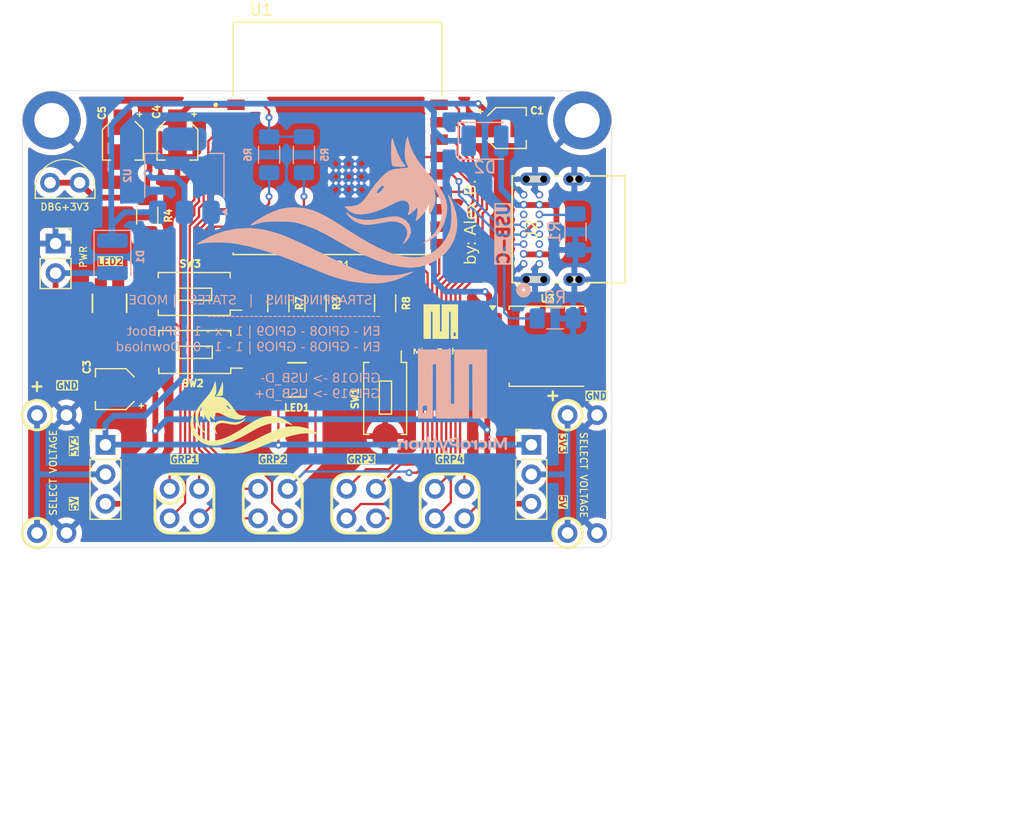
<source format=kicad_pcb>
(kicad_pcb (version 20240108) (generator "pcbnew") (generator_version "8.0")
  (layers (0 "F.Cu" signal) (31 "B.Cu" signal) (34 "B.Paste" user) (35 "F.Paste" user) (36 "B.SilkS" user "B.Silkscreen") (37 "F.SilkS" user "F.Silkscreen") (38 "B.Mask" user) (39 "F.Mask" user) (44 "Edge.Cuts" user))
  (net 0 "")
  (net 1 "/VCC1")
  (net 2 "GND")
  (net 3 "+5V")
  (net 4 "/VDC")
  (net 5 "Net-(J2-CC2)")
  (net 6 "EN")
  (net 7 "/IO8")
  (net 8 "/IO9")
  (net 9 "/IO6")
  (net 10 "/RXD")
  (net 11 "/IO7")
  (net 12 "/IO4")
  (net 13 "/IO3")
  (net 14 "3V3")
  (net 15 "/IO2")
  (net 16 "/IO0")
  (net 17 "/IO10")
  (net 18 "/IO1")
  (net 19 "/IO5")
  (net 20 "/TXD")
  (net 21 "Net-(J2-CC1)")
  (net 22 "USB_D-")
  (net 24 "USB_D+")
  (net 26 "/VCC2")
  (net 27 "Net-(LED1-GND-Pad1)")
  (net 28 "Net-(LED2-GRN)")
  (net 31 "Net-(LED1-GND-Pad4)")
  (net 32 "Net-(R8-Pad2)")
  (net 33 "VUSB")
  (net 34 "Net-(D2-A)")
  (footprint "Alexander Footprint Library:SW_PUSH_6x3.5mm" (layer "F.Cu") (at 143.74 80.15 -90)
    (property "Reference" "SW1")
    (property "Value" "SW_Push_SMD_6x3.5")
  )
  (footprint "Resistor_SMD:R_1206_3216Metric_Pad1.30x1.75mm_HandSolder" (layer "F.Cu") (at 137.74 75.2 -90)
    (property "Reference" "R3")
    (property "Value" "5k1")
  )
  (footprint "Alexander Footprint Library:Conn_Probe" (layer "F.Cu") (at 115.34 78.3 90)
    (property "Reference" "J7" (hide yes))
    (property "Value" "Debug_VIN")
  )
  (footprint "Alexander Footprint Library:Conn_Debug_1x02_P2.54mm" (layer "F.Cu") (at 114.865 64.8125 90)
    (property "Reference" "J6" (hide yes))
    (property "Value" "Debug_3V3")
  )
  (footprint "LOGO" (layer "F.Cu") (at 132.54 85)
    (property "Reference" "G***" (hide yes))
    (property "Value" "LOGO" (hide yes))
  )
  (footprint "Alexander Footprint Library:LED_B1552_HVK-M" (layer "F.Cu") (at 136.14 81.8)
    (property "Reference" "LED1")
    (property "Value" "LED-RED-GREEN-B1552USUG20D")
  )
  (footprint "Capacitor_SMD:CP_Elec_3x5.3" (layer "F.Cu") (at 154.14 60.1)
    (property "Reference" "C1")
    (property "Value" "1uF")
  )
  (footprint "Resistor_SMD:R_1206_3216Metric_Pad1.30x1.75mm_HandSolder" (layer "F.Cu") (at 123.24 67.65 -90)
    (property "Reference" "R4")
    (property "Value" "10k")
  )
  (footprint "Resistor_SMD:R_1206_3216Metric_Pad1.30x1.75mm_HandSolder" (layer "F.Cu") (at 143.74 75.2 -90)
    (property "Reference" "R8")
    (property "Value" "2K2")
  )
  (footprint "Connector_PinHeader_2.54mm:PinHeader_1x03_P2.54mm_Vertical" (layer "F.Cu") (at 156.34 87.4)
    (property "Reference" "J4" (hide yes))
    (property "Value" "PWR_JMP")
  )
  (footprint "Resistor_SMD:R_1206_3216Metric_Pad1.30x1.75mm_HandSolder" (layer "F.Cu") (at 134.54 75.2 -90)
    (property "Reference" "R7")
    (property "Value" "5k1")
  )
  (footprint "LOGO" (layer "F.Cu") (at 148.54 77.4)
    (property "Reference" "G***" (hide yes))
    (property "Value" "LOGO" (hide yes))
  )
  (footprint "Package_TO_SOT_SMD:TO-252-2" (layer "F.Cu") (at 157.74 78.9025)
    (property "Reference" "U3")
    (property "Value" "L7805")
  )
  (footprint "Alexander Footprint Library:LED_B1552_HVK-M" (layer "F.Cu") (at 119.989999 75.2 -90)
    (property "Reference" "LED2")
    (property "Value" "EN")
  )
  (footprint "Alexander Footprint Library:SW_PUSH_6x3.5mm" (layer "F.Cu") (at 130.59 79.4 180)
    (property "Reference" "SW2")
    (property "Value" "SW_Push_SMD_6x3.5")
  )
  (footprint "Alexander Footprint Library:SW_PUSH_6x3.5mm" (layer "F.Cu") (at 130.54 74.4 180)
    (property "Reference" "SW3")
    (property "Value" "SW_Push_SMD_6x3.5")
  )
  (footprint "Connector_PinSocket_2.54mm:PinSocket_1x02_P2.54mm_Vertical" (layer "F.Cu") (at 115.34 70.06)
    (property "Reference" "J1" (hide yes))
    (property "Value" "PWR")
  )
  (footprint "Capacitor_SMD:CP_Elec_3x5.3" (layer "F.Cu") (at 121.14 61.1 -90)
    (property "Reference" "C5")
    (property "Value" "0.1uF")
  )
  (footprint "Capacitor_SMD:CP_Elec_3x5.3" (layer "F.Cu") (at 120.54 82.6 180)
    (property "Reference" "C3")
    (property "Value" "1uF")
  )
  (footprint "Alexander Footprint Library:USB-C_GCT CONN16_USB4085-GF-A" (layer "F.Cu") (at 155.675 71.799985 90)
    (property "Reference" "J2")
    (property "Value" "USB-C_Receptacle_Data_16P_GCT-USB4085")
    (fp_line (start 7.299985 1.7293) (end 7.299985 0.2307) (stroke (width 0.6096)) (layer "Edge.Cuts"))
    (fp_line (start -1.35 1.729301) (end -1.35 0.230701) (stroke (width 0.6096)) (layer "Edge.Cuts"))
    (fp_line (start 7.299985 4.7587) (end 7.299985 3.9713) (stroke (width 0.6096)) (layer "Edge.Cuts"))
    (fp_line (start -1.349985 4.7587) (end -1.349985 3.9713) (stroke (width 0.6096)) (layer "Edge.Cuts"))
  )
  (footprint "Alexander Footprint Library:BreadBoard-PowerAdapter-ESP32C3" (layer "F.Cu") (at 137.87 82.3)
    (property "Reference" "BRD1")
    (property "Value" "16pins")
    (fp_line (start -25.4 12.7) (end -25.4 -22.86) (stroke (width 0.05)) (layer "Edge.Cuts"))
    (fp_line (start -24.13 13.97) (end 24.13 13.97) (stroke (width 0.05)) (layer "Edge.Cuts"))
    (fp_line (start -22.86 -25.4) (end 22.86 -25.4) (stroke (width 0.05)) (layer "Edge.Cuts"))
    (fp_line (start 25.4 -22.86) (end 25.4 12.7) (stroke (width 0.05)) (layer "Edge.Cuts"))
    (fp_arc (start -25.4 -22.86) (mid -24.656051 -24.656051) (end -22.86 -25.4) (stroke (width 0.05)) (layer "Edge.Cuts"))
    (fp_arc (start -24.13 13.97) (mid -25.028026 13.598026) (end -25.4 12.7) (stroke (width 0.05)) (layer "Edge.Cuts"))
    (fp_arc (start 22.86 -25.4) (mid 24.656051 -24.656051) (end 25.4 -22.86) (stroke (width 0.05)) (layer "Edge.Cuts"))
    (fp_arc (start 25.4 12.7) (mid 25.028026 13.598026) (end 24.13 13.97) (stroke (width 0.05)) (layer "Edge.Cuts"))
  )
  (footprint "Alexander Footprint Library:ESP32-C3-WROOM-02-H4" (layer "F.Cu") (at 139.64 61)
    (property "Reference" "U1")
    (property "Value" "ESP32-C3-WROOM-02-N4")
  )
  (footprint "Connector_PinHeader_2.54mm:PinHeader_1x03_P2.54mm_Vertical" (layer "F.Cu") (at 119.64 87.4)
    (property "Reference" "J3" (hide yes))
    (property "Value" "PWR_JMP")
  )
  (footprint "Capacitor_SMD:CP_Elec_3x5.3" (layer "F.Cu") (at 125.84 61.1 -90)
    (property "Reference" "C4")
    (property "Value" "10uF")
  )
  (footprint "Resistor_SMD:R_1206_3216Metric_Pad1.30x1.75mm_HandSolder" (layer "B.Cu") (at 136.74 62.4 -90)
    (property "Reference" "R5")
    (property "Value" "10k")
  )
  (footprint "Resistor_SMD:R_1206_3216Metric_Pad1.30x1.75mm_HandSolder" (layer "B.Cu") (at 160.14 69.05 -90)
    (property "Reference" "R1")
    (property "Value" "5k1")
  )
  (footprint "LOGO" (layer "B.Cu") (at 138.64 67.1 180)
    (property "Reference" "G***" (hide yes))
    (property "Value" "LOGO" (hide yes))
  )
  (footprint "Alexander Footprint Library:AMS1117 SOT-223" (layer "B.Cu") (at 126.44 64.2 90)
    (property "Reference" "U2")
    (property "Value" "AMS1117-3V3")
  )
  (footprint "Resistor_SMD:R_1206_3216Metric_Pad1.30x1.75mm_HandSolder" (layer "B.Cu") (at 158.39 76.5 180)
    (property "Reference" "R2")
    (property "Value" "5k1")
  )
  (footprint "Resistor_SMD:R_1206_3216Metric_Pad1.30x1.75mm_HandSolder" (layer "B.Cu") (at 133.74 62.4 -90)
    (property "Reference" "R6")
    (property "Value" "2K2")
  )
  (footprint "LOGO" (layer "B.Cu") (at 149.54 83.4 180)
    (property "Reference" "G***" (hide yes))
    (property "Value" "LOGO" (hide yes))
  )
  (footprint "Diode_SMD:D_1210_3225Metric" (layer "B.Cu") (at 152.34 61.2)
    (property "Reference" "D2")
    (property "Value" "D")
  )
  (footprint "Diode_SMD:D_1210_3225Metric" (layer "B.Cu") (at 120.24 71.2 -90)
    (property "Reference" "D1")
    (property "Value" "D")
  )
  (gr_circle (center 113.74 95) (end 115.01 95) (stroke (width 0.25)) (fill none) (layer "F.SilkS"))
  (gr_arc (start 125.17 89.92) (mid 126.068026 92.088026) (end 123.9 91.19) (stroke (width 0.25)) (layer "F.SilkS"))
  (gr_line (start 132.79 89.92) (end 135.33 89.92) (stroke (width 0.25)) (layer "F.SilkS"))
  (gr_line (start 148.03 95) (end 150.57 95) (stroke (width 0.25)) (layer "F.SilkS"))
  (gr_line (start 140.41 95) (end 142.95 95) (stroke (width 0.25)) (layer "F.SilkS"))
  (gr_arc (start 151.84 93.73) (mid 151.468026 94.628026) (end 150.57 95) (stroke (width 0.25)) (layer "F.SilkS"))
  (gr_arc (start 142.95 89.92) (mid 143.848026 90.291974) (end 144.22 91.19) (stroke (width 0.25)) (layer "F.SilkS"))
  (gr_arc (start 140.41 95) (mid 139.511974 94.628026) (end 139.14 93.73) (stroke (width 0.25)) (layer "F.SilkS"))
  (gr_arc (start 136.6 93.73) (mid 136.228026 94.628026) (end 135.33 95) (stroke (width 0.25)) (layer "F.SilkS"))
  (gr_arc (start 139.14 91.19) (mid 139.511974 90.291974) (end 140.41 89.92) (stroke (width 0.25)) (layer "F.SilkS"))
  (gr_line (start 148.03 89.92) (end 150.57 89.92) (stroke (width 0.25)) (layer "F.SilkS"))
  (gr_arc (start 131.52 91.19) (mid 131.891974 90.291974) (end 132.79 89.92) (stroke (width 0.25)) (layer "F.SilkS"))
  (gr_arc (start 132.79 95) (mid 131.891974 94.628026) (end 131.52 93.73) (stroke (width 0.25)) (layer "F.SilkS"))
  (gr_line (start 146.76 93.73) (end 146.76 91.19) (stroke (width 0.25)) (layer "F.SilkS"))
  (gr_line (start 139.14 93.73) (end 139.14 91.19) (stroke (width 0.25)) (layer "F.SilkS"))
  (gr_line (start 140.41 89.92) (end 142.95 89.92) (stroke (width 0.25)) (layer "F.SilkS"))
  (gr_line (start 131.52 93.73) (end 131.52 91.19) (stroke (width 0.25)) (layer "F.SilkS"))
  (gr_line (start 136.6 93.73) (end 136.6 91.19) (stroke (width 0.25)) (layer "F.SilkS"))
  (gr_circle (center 159.46 95) (end 160.73 95) (stroke (width 0.25)) (fill none) (layer "F.SilkS"))
  (gr_arc (start 127.71 89.92) (mid 128.608026 90.291974) (end 128.98 91.19) (stroke (width 0.25)) (layer "F.SilkS"))
  (gr_line (start 132.79 95) (end 135.33 95) (stroke (width 0.25)) (layer "F.SilkS"))
  (gr_circle (center 113.74 84.84) (end 115.01 84.84) (stroke (width 0.25)) (fill none) (layer "F.SilkS"))
  (gr_circle (center 159.46 84.84) (end 160.73 84.84) (stroke (width 0.25)) (fill none) (layer "F.SilkS"))
  (gr_line (start 125.17 89.92) (end 127.71 89.92) (stroke (width 0.25)) (layer "F.SilkS"))
  (gr_arc (start 135.33 89.92) (mid 136.228026 90.291974) (end 136.6 91.19) (stroke (width 0.25)) (layer "F.SilkS"))
  (gr_arc (start 148.03 95) (mid 147.131974 94.628026) (end 146.76 93.73) (stroke (width 0.25)) (layer "F.SilkS"))
  (gr_arc (start 150.57 89.92) (mid 151.468026 90.291974) (end 151.84 91.19) (stroke (width 0.25)) (layer "F.SilkS"))
  (gr_line (start 125.17 95) (end 127.71 95) (stroke (width 0.25)) (layer "F.SilkS"))
  (gr_arc (start 144.22 93.73) (mid 143.848026 94.628026) (end 142.95 95) (stroke (width 0.25)) (layer "F.SilkS"))
  (gr_line (start 123.9 93.73) (end 123.9 91.19) (stroke (width 0.25)) (layer "F.SilkS"))
  (gr_arc (start 128.98 93.73) (mid 128.608026 94.628026) (end 127.71 95) (stroke (width 0.25)) (layer "F.SilkS"))
  (gr_line (start 144.22 93.73) (end 144.22 91.19) (stroke (width 0.25)) (layer "F.SilkS"))
  (gr_arc (start 146.76 91.19) (mid 147.131974 90.291974) (end 148.03 89.92) (stroke (width 0.25)) (layer "F.SilkS"))
  (gr_line (start 151.84 93.73) (end 151.84 91.19) (stroke (width 0.25)) (layer "F.SilkS"))
  (gr_arc (start 125.17 95) (mid 124.271974 94.628026) (end 123.9 93.73) (stroke (width 0.25)) (layer "F.SilkS"))
  (gr_line (start 128.98 93.73) (end 128.98 91.19) (stroke (width 0.25)) (layer "F.SilkS"))
  (gr_text "USB-C" (at 153.94 69.2 90) (layer "B.SilkS" knockout) (effects (font (size 1 1) (thickness 0.25) (bold yes)) (justify mirror)))
  (gr_text "  STRAPPING PINS   |   STATES   | MODE\n-------------------------------------\nEN - GPIO8 - GPIO9 | 1 - x - 1 | SPI Boot\nEN - GPIO8 - GPIO9 | 1 - 1 - 0 | Download\n\nGPIO18 -> USB_D-\nGPIO19 -> USB_D+" (at 143.34 79 0) (layer "B.SilkS") (effects (font (size 0.8 0.8) (thickness 0.1)) (justify left mirror)))
  (gr_text "DBG+3V3" (at 116.14 66.9 0) (layer "F.SilkS") (effects (font (size 0.6 0.6) (thickness 0.1))))
  (gr_text "GRP2" (at 134.06 88.65 0) (layer "F.SilkS" knockout) (effects (font (size 0.6 0.6) (thickness 0.15) (bold yes))))
  (gr_text "SELECT VOLTAGE" (at 160.84 90 -90) (layer "F.SilkS") (effects (font (size 0.6 0.6) (thickness 0.1))))
  (gr_text "GRP3" (at 141.68 88.65 0) (layer "F.SilkS" knockout) (effects (font (size 0.6 0.6) (thickness 0.15) (bold yes))))
  (gr_text "GND" (at 161.94 83.2 0) (layer "F.SilkS" knockout) (effects (font (size 0.6 0.6) (thickness 0.15) (bold yes))))
  (gr_text "5V" (at 159.04 92.3 270) (layer "F.SilkS" knockout) (effects (font (size 0.6 0.6) (thickness 0.12) (bold yes))))
  (gr_text "GRP1" (at 126.44 88.65 0) (layer "F.SilkS" knockout) (effects (font (size 0.6 0.6) (thickness 0.15) (bold yes))))
  (gr_text "3V3" (at 116.94 87.5 90) (layer "F.SilkS" knockout) (effects (font (size 0.6 0.6) (thickness 0.12) (bold yes))))
  (gr_text "+" (at 113.74 82.3 0) (layer "F.SilkS") (effects (font (size 1 1) (thickness 0.2) (bold yes))))
  (gr_text "PWR" (at 117.74 71.2 90) (layer "F.SilkS") (effects (font (size 0.6 0.6) (thickness 0.1))))
  (gr_text "SELECT VOLTAGE" (at 115.14 89.8 90) (layer "F.SilkS") (effects (font (size 0.6 0.6) (thickness 0.1))))
  (gr_text "by: Alex B." (at 151.14 68.2 90) (layer "F.SilkS") (effects (font (size 1 1) (thickness 0.1))))
  (gr_text "3V3" (at 159.04 87.3 270) (layer "F.SilkS" knockout) (effects (font (size 0.6 0.6) (thickness 0.12) (bold yes))))
  (gr_text "5V" (at 116.94 92.5 90) (layer "F.SilkS" knockout) (effects (font (size 0.6 0.6) (thickness 0.12) (bold yes))))
  (gr_text "GND" (at 116.34 82.3 0) (layer "F.SilkS" knockout) (effects (font (size 0.6 0.6) (thickness 0.15) (bold yes))))
  (gr_text "+" (at 158.19 83.1 0) (layer "F.SilkS") (effects (font (size 1 1) (thickness 0.2) (bold yes))))
  (gr_text "GRP4" (at 149.3 88.65 0) (layer "F.SilkS" knockout) (effects (font (size 0.6 0.6) (thickness 0.15) (bold yes))))
  (segment (start 119.62 89.92) (end 119.64 89.94) (width 0.5) (layer "F.Cu") (net 1))
  (segment (start 113.74 84.84) (end 113.74 89.9) (width 0.5) (layer "B.Cu") (net 1))
  (segment (start 113.74 89.9) (end 113.74 95) (width 0.5) (layer "B.Cu") (net 1))
  (segment (start 113.78 89.94) (end 113.74 89.9) (width 0.5) (layer "B.Cu") (net 1))
  (segment (start 119.64 89.94) (end 113.78 89.94) (width 0.5) (layer "B.Cu") (net 1))
  (segment (start 152.54 81.3425) (end 152.7 81.1825) (width 0.5) (layer "F.Cu") (net 3))
  (segment (start 153.44 91.8) (end 154.12 92.48) (width 0.5) (layer "F.Cu") (net 3))
  (segment (start 123.94 86.2) (end 123.94 87.6) (width 0.5) (layer "F.Cu") (net 3))
  (segment (start 152.54 86.1) (end 152.54 89.2) (width 0.5) (layer "F.Cu") (net 3))
  (segment (start 123.94 83) (end 123.54 82.6) (width 0.5) (layer "F.Cu") (net 3))
  (segment (start 123.94 86.2) (end 123.94 83) (width 0.5) (layer "F.Cu") (net 3))
  (segment (start 152.54 89.2) (end 153.44 90.1) (width 0.5) (layer "F.Cu") (net 3))
  (segment (start 154.12 92.48) (end 156.34 92.48) (width 0.5) (layer "F.Cu") (net 3))
  (segment (start 122.34 89.2) (end 122.34 92) (width 0.5) (layer "F.Cu") (net 3))
  (segment (start 121.86 92.48) (end 119.64 92.48) (width 0.5) (layer "F.Cu") (net 3))
  (segment (start 123.94 87.6) (end 122.34 89.2) (width 0.5) (layer "F.Cu") (net 3))
  (segment (start 123.54 82.6) (end 122.04 82.6) (width 0.5) (layer "F.Cu") (net 3))
  (segment (start 152.54 86.1) (end 152.54 81.3425) (width 0.5) (layer "F.Cu") (net 3))
  (segment (start 122.34 92) (end 121.86 92.48) (width 0.5) (layer "F.Cu") (net 3))
  (segment (start 153.44 90.1) (end 153.44 91.8) (width 0.5) (layer "F.Cu") (net 3))
  (via (at 123.94 86.2) (size 0.6) (drill 0.3) (layers "F.Cu" "B.Cu") (net 3))
  (via (at 152.54 86.1) (size 0.6) (drill 0.3) (layers "F.Cu" "B.Cu") (net 3))
  (segment (start 151.64 85.2) (end 124.94 85.2) (width 0.5) (layer "B.Cu") (net 3))
  (segment (start 124.94 85.2) (end 123.94 86.2) (width 0.5) (layer "B.Cu") (net 3))
  (segment (start 152.54 86.1) (end 151.64 85.2) (width 0.5) (layer "B.Cu") (net 3))
  (segment (start 115.34 72.6) (end 115.34 78.3) (width 0.5) (layer "F.Cu") (net 4))
  (segment (start 115.34 72.6) (end 120.24 72.6) (width 0.5) (layer "B.Cu") (net 4))
  (segment (start 160.054445 67.585555) (end 160.14 67.5) (width 0.2) (layer "B.Cu") (net 5))
  (segment (start 156.932435 67.585555) (end 160.054445 67.585555) (width 0.2) (layer "B.Cu") (net 5))
  (segment (start 126.1 68.205884) (end 126.1 77.39) (width 0.2) (layer "F.Cu") (net 6))
  (segment (start 126.1 77.4) (end 126.1 83.4) (width 0.2) (layer "F.Cu") (net 6))
  (segment (start 126.1 88.1) (end 125.17 89.03) (width 0.2) (layer "F.Cu") (net 6))
  (segment (start 126.1 77.39) (end 126.1 77.4) (width 0.2) (layer "F.Cu") (net 6))
  (segment (start 128.9 59.9) (end 128.9 60.834314) (width 0.2) (layer "F.Cu") (net 6))
  (segment (start 125.17 89.03) (end 125.17 91.19) (width 0.2) (layer "F.Cu") (net 6))
  (segment (start 125.5102 76.8002) (end 126.1 77.39) (width 0.2) (layer "F.Cu") (net 6))
  (segment (start 127.7 64.637256) (end 127.3 65.037256) (width 0.2) (layer "F.Cu") (net 6))
  (segment (start 130.89 59.6) (end 129.2 59.6) (width 0.2) (layer "F.Cu") (net 6))
  (segment (start 127.3 66.27157) (end 126.9 66.67157) (width 0.2) (layer "F.Cu") (net 6))
  (segment (start 128.234314 62.734314) (end 128.234314 63.368628) (width 0.2) (layer "F.Cu") (net 6))
  (segment (start 129.2 59.6) (end 128.9 59.9) (width 0.2) (layer "F.Cu") (net 6))
  (segment (start 124.09 77.4002) (end 123.49 76.8002) (width 0.2) (layer "F.Cu") (net 6))
  (segment (start 127.3 65.037256) (end 127.3 66.27157) (width 0.2) (layer "F.Cu") (net 6))
  (segment (start 128.234314 63.368628) (end 127.7 63.902942) (width 0.2) (layer "F.Cu") (net 6))
  (segment (start 120.74 76.8002) (end 123.49 76.8002) (width 0.2) (layer "F.Cu") (net 6))
  (segment (start 128.9 60.834314) (end 128.5 61.234314) (width 0.2) (layer "F.Cu") (net 6))
  (segment (start 127.7 63.902942) (end 127.7 64.637256) (width 0.2) (layer "F.Cu") (net 6))
  (segment (start 128.5 62.468628) (end 128.234314 62.734314) (width 0.2) (layer "F.Cu") (net 6))
  (segment (start 124.09 79.4) (end 124.09 77.4002) (width 0.2) (layer "F.Cu") (net 6))
  (segment (start 126.9 66.67157) (end 126.9 67.405884) (width 0.2) (layer "F.Cu") (net 6))
  (segment (start 126.422942 67.882942) (end 126.1 68.205884) (width 0.2) (layer "F.Cu") (net 6))
  (segment (start 126.9 67.405884) (end 126.422942 67.882942) (width 0.2) (layer "F.Cu") (net 6))
  (segment (start 126.1 83.4) (end 126.1 88.1) (width 0.2) (layer "F.Cu") (net 6))
  (segment (start 123.49 76.8002) (end 125.5102 76.8002) (width 0.2) (layer "F.Cu") (net 6))
  (segment (start 128.5 61.234314) (end 128.5 62.468628) (width 0.2) (layer "F.Cu") (net 6))
  (segment (start 133.24 67.1) (end 130.89 67.1) (width 0.2) (layer "F.Cu") (net 7))
  (segment (start 128.1 69.034314) (end 128.1 87.602942) (width 0.2) (layer "F.Cu") (net 7))
  (segment (start 130.1 89.602942) (end 130.1 90.4) (width 0.2) (layer "F.Cu") (net 7))
  (segment (start 130.89 91.19) (end 132.79 91.19) (width 0.2) (layer "F.Cu") (net 7))
  (segment (start 133.74 66) (end 133.74 66.6) (width 0.2) (layer "F.Cu") (net 7))
  (segment (start 130.1 90.4) (end 130.89 91.19) (width 0.2) (layer "F.Cu") (net 7))
  (segment (start 128.1 87.602942) (end 130.1 89.602942) (width 0.2) (layer "F.Cu") (net 7))
  (segment (start 128.9 68.234314) (end 128.1 69.034314) (width 0.2) (layer "F.Cu") (net 7))
  (segment (start 133.74 66.6) (end 133.24 67.1) (width 0.2) (layer "F.Cu") (net 7))
  (segment (start 129.3 67.1) (end 128.9 67.5) (width 0.2) (layer "F.Cu") (net 7))
  (segment (start 130.89 67.1) (end 129.3 67.1) (width 0.2) (layer "F.Cu") (net 7))
  (segment (start 128.9 67.5) (end 128.9 68.234314) (width 0.2) (layer "F.Cu") (net 7))
  (via (at 133.74 66) (size 0.6) (drill 0.3) (layers "F.Cu" "B.Cu") (net 7))
  (segment (start 133.74 66) (end 133.74 63.95) (width 0.2) (layer "B.Cu") (net 7))
  (segment (start 136.14 68.6) (end 136.74 68) (width 0.2) (layer "F.Cu") (net 8))
  (segment (start 136.74 68) (end 136.74 66) (width 0.2) (layer "F.Cu") (net 8))
  (segment (start 128.9 74.4) (end 128.5 74.8) (width 0.2) (layer "F.Cu") (net 8))
  (segment (start 128.5 69.2) (end 128.5 74.8) (width 0.2) (layer "F.Cu") (net 8))
  (segment (start 128.5 87.437256) (end 130.962744 89.9) (width 0.2) (layer "F.Cu") (net 8))
  (segment (start 130.962744 89.9) (end 133.3 89.9) (width 0.2) (layer "F.Cu") (net 8))
  (segment (start 128.5 74.8) (end 128.5 87.437256) (width 0.2) (layer "F.Cu") (net 8))
  (segment (start 133.3 89.9) (end 134 90.6) (width 0.2) (layer "F.Cu") (net 8))
  (segment (start 130.89 68.6) (end 136.14 68.6) (width 0.2) (layer "F.Cu") (net 8))
  (segment (start 134 92.4) (end 135.33 93.73) (width 0.2) (layer "F.Cu") (net 8))
  (segment (start 130.54 74.4) (end 128.9 74.4) (width 0.2) (layer "F.Cu") (net 8))
  (segment (start 134 90.6) (end 134 92.4) (width 0.2) (layer "F.Cu") (net 8))
  (segment (start 129.1 68.6) (end 128.5 69.2) (width 0.2) (layer "F.Cu") (net 8))
  (segment (start 130.89 68.6) (end 129.1 68.6) (width 0.2) (layer "F.Cu") (net 8))
  (via (at 136.74 66) (size 0.6) (drill 0.3) (layers "F.Cu" "B.Cu") (net 8))
  (segment (start 136.74 66) (end 136.74 63.95) (width 0.2) (layer "B.Cu") (net 8))
  (segment (start 128.9 64.4) (end 128.9 65.134314) (width 0.2) (layer "F.Cu") (net 9))
  (segment (start 127.3 87.934314) (end 129.3 89.934314) (width 0.2) (layer "F.Cu") (net 9))
  (segment (start 128.1 67.902942) (end 127.3 68.702942) (width 0.2) (layer "F.Cu") (net 9))
  (segment (start 129.3 92.14) (end 127.71 93.73) (width 0.2) (layer "F.Cu") (net 9))
  (segment (start 127.3 68.702942) (end 127.3 87.934314) (width 0.2) (layer "F.Cu") (net 9))
  (segment (start 129.3 89.934314) (end 129.3 92.14) (width 0.2) (layer "F.Cu") (net 9))
  (segment (start 128.9 65.134314) (end 128.5 65.534314) (width 0.2) (layer "F.Cu") (net 9))
  (segment (start 128.5 65.534314) (end 128.5 66.768628) (width 0.2) (layer "F.Cu") (net 9))
  (segment (start 128.5 66.768628) (end 128.1 67.168628) (width 0.2) (layer "F.Cu") (net 9))
  (segment (start 129.2 64.1) (end 128.9 64.4) (width 0.2) (layer "F.Cu") (net 9))
  (segment (start 130.89 64.1) (end 129.2 64.1) (width 0.2) (layer "F.Cu") (net 9))
  (segment (start 128.1 67.168628) (end 128.1 67.902942) (width 0.2) (layer "F.Cu") (net 9))
  (segment (start 148.2 88.634314) (end 144.334314 92.5) (width 0.2) (layer "F.Cu") (net 10))
  (segment (start 149.74 68.6) (end 150.14 69) (width 0.2) (layer "F.Cu") (net 10))
  (segment (start 144.334314 92.5) (end 141.64 92.5) (width 0.2) (layer "F.Cu") (net 10))
  (segment (start 148.2 73.4) (end 148.2 88.634314) (width 0.2) (layer "F.Cu") (net 10))
  (segment (start 150.14 69) (end 150.14 71.46) (width 0.2) (layer "F.Cu") (net 10))
  (segment (start 150.14 71.46) (end 148.2 73.4) (width 0.2) (layer "F.Cu") (net 10))
  (segment (start 148.39 68.6) (end 149.74 68.6) (width 0.2) (layer "F.Cu") (net 10))
  (segment (start 141.64 92.5) (end 140.41 93.73) (width 0.2) (layer "F.Cu") (net 10))
  (segment (start 127.7 87.768628) (end 129.7 89.768628) (width 0.2) (layer "F.Cu") (net 11))
  (segment (start 127.7 68.868628) (end 127.7 87.768628) (width 0.2) (layer "F.Cu") (net 11))
  (segment (start 129.7 89.768628) (end 129.7 92.2) (width 0.2) (layer "F.Cu") (net 11))
  (segment (start 128.5 67.334314) (end 128.5 68.068628) (width 0.2) (layer "F.Cu") (net 11))
  (segment (start 129.7 92.2) (end 131.23 93.73) (width 0.2) (layer "F.Cu") (net 11))
  (segment (start 128.9 65.9) (end 128.9 66.934314) (width 0.2) (layer "F.Cu") (net 11))
  (segment (start 128.9 66.934314) (end 128.5 67.334314) (width 0.2) (layer "F.Cu") (net 11))
  (segment (start 128.5 68.068628) (end 127.7 68.868628) (width 0.2) (layer "F.Cu") (net 11))
  (segment (start 129.2 65.6) (end 128.9 65.9) (width 0.2) (layer "F.Cu") (net 11))
  (segment (start 130.89 65.6) (end 129.2 65.6) (width 0.2) (layer "F.Cu") (net 11))
  (segment (start 131.23 93.73) (end 132.79 93.73) (width 0.2) (layer "F.Cu") (net 11))
  (segment (start 126.5 92.4) (end 125.17 93.73) (width 0.2) (layer "F.Cu") (net 12))
  (segment (start 128.634314 63.534314) (end 128.1 64.068628) (width 0.2) (layer "F.Cu") (net 12))
  (segment (start 128.634314 62.9) (end 128.634314 63.534314) (width 0.2) (layer "F.Cu") (net 12))
  (segment (start 127.7 66.437256) (end 127.3 66.837256) (width 0.2) (layer "F.Cu") (net 12))
  (segment (start 127.7 65.202942) (end 127.7 66.437256) (width 0.2) (layer "F.Cu") (net 12))
  (segment (start 128.1 64.802942) (end 127.7 65.202942) (width 0.2) (layer "F.Cu") (net 12))
  (segment (start 130.89 61.1) (end 129.2 61.1) (width 0.2) (layer "F.Cu") (net 12))
  (segment (start 126.5 68.37157) (end 126.5 92.4) (width 0.2) (layer "F.Cu") (net 12))
  (segment (start 128.9 61.4) (end 128.9 62.634314) (width 0.2) (layer "F.Cu") (net 12))
  (segment (start 129.2 61.1) (end 128.9 61.4) (width 0.2) (layer "F.Cu") (net 12))
  (segment (start 128.1 64.068628) (end 128.1 64.802942) (width 0.2) (layer "F.Cu") (net 12))
  (segment (start 127.3 67.57157) (end 126.5 68.37157) (width 0.2) (layer "F.Cu") (net 12))
  (segment (start 127.3 66.837256) (end 127.3 67.57157) (width 0.2) (layer "F.Cu") (net 12))
  (segment (start 128.9 62.634314) (end 128.634314 62.9) (width 0.2) (layer "F.Cu") (net 12))
  (segment (start 148.39 62.6) (end 149.6 62.6) (width 0.2) (layer "F.Cu") (net 13))
  (segment (start 151.3 66.54) (end 150.94 66.9) (width 0.2) (layer "F.Cu") (net 13))
  (segment (start 151.3 65.051471) (end 151.3 66.54) (width 0.2) (layer "F.Cu") (net 13))
  (segment (start 149 73.765686) (end 149 90.22) (width 0.2) (layer "F.Cu") (net 13))
  (segment (start 149 90.22) (end 148.03 91.19) (width 0.2) (layer "F.Cu") (net 13))
  (segment (start 150.94 71.825686) (end 149 73.765686) (width 0.2) (layer "F.Cu") (net 13))
  (segment (start 147.14 62.6) (end 148.39 62.6) (width 0.2) (layer "F.Cu") (net 13))
  (segment (start 146.4 64.434314) (end 146.74 64.094314) (width 0.2) (layer "F.Cu") (net 13))
  (segment (start 146.74 63) (end 147.14 62.6) (width 0.2) (layer "F.Cu") (net 13))
  (segment (start 146.1 69.44) (end 146.1 65.668628) (width 0.2) (layer "F.Cu") (net 13))
  (segment (start 150.1 63.1) (end 150.1 63.851471) (width 0.2) (layer "F.Cu") (net 13))
  (segment (start 146.4 65.368628) (end 146.4 64.434314) (width 0.2) (layer "F.Cu") (net 13))
  (segment (start 146.1 65.668628) (end 146.4 65.368628) (width 0.2) (layer "F.Cu") (net 13))
  (segment (start 150.94 66.9) (end 150.94 71.825686) (width 0.2) (layer "F.Cu") (net 13))
  (segment (start 149.6 62.6) (end 150.1 63.1) (width 0.2) (layer "F.Cu") (net 13))
  (segment (start 150.1 63.851471) (end 151.3 65.051471) (width 0.2) (layer "F.Cu") (net 13))
  (segment (start 146.74 64.094314) (end 146.74 63) (width 0.2) (layer "F.Cu") (net 13))
  (segment (start 143.74 73.65) (end 143.74 71.8) (width 0.2) (layer "F.Cu") (net 13))
  (segment (start 143.74 71.8) (end 146.1 69.44) (width 0.2) (layer "F.Cu") (net 13))
  (segment (start 133.24 58.1) (end 130.89 58.1) (width 0.2) (layer "F.Cu") (net 14))
  (segment (start 118.6925 66.1) (end 117.405 64.8125) (width 0.5) (layer "F.Cu") (net 14))
  (segment (start 123.94 59.6) (end 121.14 59.6) (width 0.5) (layer "F.Cu") (net 14))
  (segment (start 123.24 66.1) (end 118.6925 66.1) (width 0.5) (layer "F.Cu") (net 14))
  (segment (start 133.74 58.6) (end 133.24 58.1) (width 0.2) (layer "F.Cu") (net 14))
  (segment (start 134.5398 82.550001) (end 134.5398 87.4298) (width 0.2) (layer "F.Cu") (net 14))
  (segment (start 123.44 60.1) (end 123.94 59.6) (width 0.5) (layer "F.Cu") (net 14))
  (segment (start 126.94 58.1) (end 130.89 58.1) (width 0.5) (layer "F.Cu") (net 14))
  (segment (start 126.94 58.1) (end 125.44 59.6) (width 0.5) (layer "F.Cu") (net 14))
  (segment (start 123.24 66.1) (end 123.24 64) (width 0.5) (layer "F.Cu") (net 14))
  (segment (start 123.44 63.8) (end 123.44 60.1) (width 0.5) (layer "F.Cu") (net 14))
  (segment (start 125.44 59.6) (end 123.94 59.6) (width 0.5) (layer "F.Cu") (net 14))
  (segment (start 117.405 64.8125) (end 114.865 64.8125) (width 0.5) (layer "F.Cu") (net 14))
  (segment (start 133.74 59.2) (end 133.74 58.6) (width 0.2) (layer "F.Cu") (net 14))
  (segment (start 123.24 64) (end 123.44 63.8) (width 0.5) (layer "F.Cu") (net 14))
  (segment (start 134.5398 87.4298) (end 134.54 87.43) (width 0.2) (layer "F.Cu") (net 14))
  (via (at 123.24 64) (size 0.6) (drill 0.3) (layers "F.Cu" "B.Cu") (net 14))
  (via (at 133.74 59.2) (size 0.6) (drill 0.3) (layers "F.Cu" "B.Cu") (net 14))
  (via (at 134.54 87.43) (size 0.6) (drill 0.3) (layers "F.Cu" "B.Cu") (net 14))
  (segment (start 123.04 84.9) (end 120.34 84.9) (width 0.5) (layer "B.Cu") (net 14))
  (segment (start 120.34 84.9) (end 119.64 85.6) (width 0.5) (layer "B.Cu") (net 14))
  (segment (start 133.74 60.85) (end 133.74 59.2) (width 0.2) (layer "B.Cu") (net 14))
  (segment (start 126.44 67.35) (end 126.44 81.5) (width 0.5) (layer "B.Cu") (net 14))
  (segment (start 156.32 87.38) (end 156.34 87.4) (width 0.5) (layer "B.Cu") (net 14))
  (segment (start 123.64 64.4) (end 123.24 64) (width 0.5) (layer "B.Cu") (net 14))
  (segment (start 126.44 81.5) (end 123.04 84.9) (width 0.5) (layer "B.Cu") (net 14))
  (segment (start 155.665 87.4) (end 155.64 87.375) (width 0.5) (layer "B.Cu") (net 14))
  (segment (start 126.44 67.35) (end 126.44 65.1) (width 0.5) (layer "B.Cu") (net 14))
  (segment (start 119.64 85.6) (end 119.64 87.4) (width 0.5) (layer "B.Cu") (net 14))
  (segment (start 156.34 87.4) (end 155.665 87.4) (width 0.5) (layer "B.Cu") (net 14))
  (segment (start 136.74 60.85) (end 133.74 60.85) (width 0.2) (layer "B.Cu") (net 14))
  (segment (start 125.74 64.4) (end 123.64 64.4) (width 0.5) (layer "B.Cu") (net 14))
  (segment (start 119.64 87.4) (end 119.66 87.38) (width 0.5) (layer "B.Cu") (net 14))
  (segment (start 119.66 87.38) (end 156.32 87.38) (width 0.5) (layer "B.Cu") (net 14))
  (segment (start 126.44 65.1) (end 125.74 64.4) (width 0.5) (layer "B.Cu") (net 14))
  (segment (start 151.7 64.885785) (end 150.5 63.685785) (width 0.2) (layer "F.Cu") (net 15))
  (segment (start 149.5 61.1) (end 148.39 61.1) (width 0.2) (layer "F.Cu") (net 15))
  (segment (start 148.03 93.73) (end 149.4 92.36) (width 0.2) (layer "F.Cu") (net 15))
  (segment (start 150.5 62.934314) (end 150 62.434314) (width 0.2) (layer "F.Cu") (net 15))
  (segment (start 150 62.434314) (end 150 61.6) (width 0.2) (layer "F.Cu") (net 15))
  (segment (start 149.4 73.931372) (end 151.34 71.991372) (width 0.2) (layer "F.Cu") (net 15))
  (segment (start 149.4 92.36) (end 149.4 73.931372) (width 0.2) (layer "F.Cu") (net 15))
  (segment (start 150.5 63.685785) (end 150.5 62.934314) (width 0.2) (layer "F.Cu") (net 15))
  (segment (start 151.34 71.991372) (end 151.34 67.065686) (width 0.2) (layer "F.Cu") (net 15))
  (segment (start 151.7 66.705686) (end 151.7 64.885785) (width 0.2) (layer "F.Cu") (net 15))
  (segment (start 151.34 67.065686) (end 151.7 66.705686) (width 0.2) (layer "F.Cu") (net 15))
  (segment (start 150 61.6) (end 149.5 61.1) (width 0.2) (layer "F.Cu") (net 15))
  (segment (start 151.3 62.602942) (end 151.3 63.354413) (width 0.2) (layer "F.Cu") (net 16))
  (segment (start 150.2 88.6) (end 152.2 90.6) (width 0.2) (layer "F.Cu") (net 16))
  (segment (start 150.1 59.434314) (end 150.5 59.834314) (width 0.2) (layer "F.Cu") (net 16))
  (segment (start 150.5 59.834314) (end 150.5 60.968628) (width 0.2) (layer "F.Cu") (net 16))
  (segment (start 152.2 90.6) (end 152.2 92.1) (width 0.2) (layer "F.Cu") (net 16))
  (segment (start 152.2 92.1) (end 150.57 93.73) (width 0.2) (layer "F.Cu") (net 16))
  (segment (start 152.14 72.36) (end 150.2 74.3) (width 0.2) (layer "F.Cu") (net 16))
  (segment (start 152.5 67.105686) (end 152.14 67.465686) (width 0.2) (layer "F.Cu") (net 16))
  (segment (start 150.1 58.5) (end 150.1 59.434314) (width 0.2) (layer "F.Cu") (net 16))
  (segment (start 150.8 62.102942) (end 151.3 62.602942) (width 0.2) (layer "F.Cu") (net 16))
  (segment (start 148.39 58.1) (end 149.7 58.1) (width 0.2) (layer "F.Cu") (net 16))
  (segment (start 152.5 64.554413) (end 152.5 67.105686) (width 0.2) (layer "F.Cu") (net 16))
  (segment (start 151.3 63.354413) (end 152.5 64.554413) (width 0.2) (layer "F.Cu") (net 16))
  (segment (start 152.14 67.465686) (end 152.14 72.36) (width 0.2) (layer "F.Cu") (net 16))
  (segment (start 150.8 61.268628) (end 150.8 62.102942) (width 0.2) (layer "F.Cu") (net 16))
  (segment (start 149.7 58.1) (end 150.1 58.5) (width 0.2) (layer "F.Cu") (net 16))
  (segment (start 150.2 74.3) (end 150.2 88.6) (width 0.2) (layer "F.Cu") (net 16))
  (segment (start 150.5 60.968628) (end 150.8 61.268628) (width 0.2) (layer "F.Cu") (net 16))
  (segment (start 147.8 88.468628) (end 147.8 73.234314) (width 0.2) (layer "F.Cu") (net 17))
  (segment (start 145.8 89.8) (end 146.468628 89.8) (width 0.2) (layer "F.Cu") (net 17))
  (segment (start 146.468628 89.8) (end 147.8 88.468628) (width 0.2) (layer "F.Cu") (net 17))
  (segment (start 148.4 72.634314) (end 148.4 70.11) (width 0.2) (layer "F.Cu") (net 17))
  (segment (start 137.74 82.550201) (end 137.74 88.78) (width 0.2) (layer "F.Cu") (net 17))
  (segment (start 137.7402 82.550001) (end 137.74 82.550201) (width 0.2) (layer "F.Cu") (net 17))
  (segment (start 148.4 70.11) (end 148.39 70.1) (width 0.2) (layer "F.Cu") (net 17))
  (segment (start 147.8 73.234314) (end 148.4 72.634314) (width 0.2) (layer "F.Cu") (net 17))
  (segment (start 137.74 88.78) (end 135.33 91.19) (width 0.2) (layer "F.Cu") (net 17))
  (via (at 145.8 89.8) (size 0.6) (drill 0.3) (layers "F.Cu" "B.Cu") (net 17))
  (segment (start 145.7 89.7) (end 136.82 89.7) (width 0.2) (layer "B.Cu") (net 17))
  (segment (start 145.8 89.8) (end 145.7 89.7) (width 0.2) (layer "B.Cu") (net 17))
  (segment (start 136.82 89.7) (end 135.33 91.19) (width 0.2) (layer "B.Cu") (net 17))
  (segment (start 150.9 63.520099) (end 152.1 64.720099) (width 0.2) (layer "F.Cu") (net 18))
  (segment (start 150.1 60) (end 150.1 61.134314) (width 0.2) (layer "F.Cu") (net 18))
  (segment (start 149.7 59.6) (end 150.1 60) (width 0.2) (layer "F.Cu") (net 18))
  (segment (start 150.57 89.57) (end 150.57 91.19) (width 0.2) (layer "F.Cu") (net 18))
  (segment (start 152.1 64.720099) (end 152.1 66.94) (width 0.2) (layer "F.Cu") (net 18))
  (segment (start 150.4 62.268628) (end 150.9 62.768628) (width 0.2) (layer "F.Cu") (net 18))
  (segment (start 149.8 88.8) (end 150.57 89.57) (width 0.2) (layer "F.Cu") (net 18))
  (segment (start 152.1 66.94) (end 151.74 67.3) (width 0.2) (layer "F.Cu") (net 18))
  (segment (start 149.8 74.1) (end 149.8 88.8) (width 0.2) (layer "F.Cu") (net 18))
  (segment (start 150.9 62.768628) (end 150.9 63.520099) (width 0.2) (layer "F.Cu") (net 18))
  (segment (start 151.74 72.16) (end 149.8 74.1) (width 0.2) (layer "F.Cu") (net 18))
  (segment (start 148.39 59.6) (end 149.7 59.6) (width 0.2) (layer "F.Cu") (net 18))
  (segment (start 151.74 67.3) (end 151.74 72.16) (width 0.2) (layer "F.Cu") (net 18))
  (segment (start 150.4 61.434314) (end 150.4 62.268628) (width 0.2) (layer "F.Cu") (net 18))
  (segment (start 150.1 61.134314) (end 150.4 61.434314) (width 0.2) (layer "F.Cu") (net 18))
  (segment (start 127.71 88.91) (end 127.71 91.19) (width 0.2) (layer "F.Cu") (net 19))
  (segment (start 128.1 65.368628) (end 128.1 66.602942) (width 0.2) (layer "F.Cu") (net 19))
  (segment (start 127.7 67.002942) (end 127.7 67.737256) (width 0.2) (layer "F.Cu") (net 19))
  (segment (start 127.7 67.737256) (end 126.9 68.537256) (width 0.2) (layer "F.Cu") (net 19))
  (segment (start 129.034314 63.7) (end 128.5 64.234314) (width 0.2) (layer "F.Cu") (net 19))
  (segment (start 129.034314 63.065686) (end 129.034314 63.7) (width 0.2) (layer "F.Cu") (net 19))
  (segment (start 128.5 64.968628) (end 128.1 65.368628) (width 0.2) (layer "F.Cu") (net 19))
  (segment (start 128.1 66.602942) (end 127.7 67.002942) (width 0.2) (layer "F.Cu") (net 19))
  (segment (start 130.89 62.6) (end 129.5 62.6) (width 0.2) (layer "F.Cu") (net 19))
  (segment (start 126.9 68.537256) (end 126.9 88.1) (width 0.2) (layer "F.Cu") (net 19))
  (segment (start 129.5 62.6) (end 129.034314 63.065686) (width 0.2) (layer "F.Cu") (net 19))
  (segment (start 128.5 64.234314) (end 128.5 64.968628) (width 0.2) (layer "F.Cu") (net 19))
  (segment (start 126.9 88.1) (end 127.71 88.91) (width 0.2) (layer "F.Cu") (net 19))
  (segment (start 145.1 93.4) (end 145.1 92.3) (width 0.2) (layer "F.Cu") (net 20))
  (segment (start 149.64 67.1) (end 148.39 67.1) (width 0.2) (layer "F.Cu") (net 20))
  (segment (start 150.54 71.66) (end 150.54 68) (width 0.2) (layer "F.Cu") (net 20))
  (segment (start 150.54 68) (end 149.64 67.1) (width 0.2) (layer "F.Cu") (net 20))
  (segment (start 148.6 88.8) (end 148.6 73.6) (width 0.2) (layer "F.Cu") (net 20))
  (segment (start 145.1 92.3) (end 148.6 88.8) (width 0.2) (layer "F.Cu") (net 20))
  (segment (start 148.6 73.6) (end 150.54 71.66) (width 0.2) (layer "F.Cu") (net 20))
  (segment (start 144.77 93.73) (end 145.1 93.4) (width 0.2) (layer "F.Cu") (net 20))
  (segment (start 142.95 93.73) (end 144.77 93.73) (width 0.2) (layer "F.Cu") (net 20))
  (segment (start 154.5 76.5) (end 156.84 76.5) (width 0.2) (layer "B.Cu") (net 21))
  (segment (start 154 70.5) (end 154 76) (width 0.2) (layer "B.Cu") (net 21))
  (segment (start 155.582435 70.135558) (end 154.364442 70.135558) (width 0.2) (layer "B.Cu") (net 21))
  (segment (start 154 76) (end 154.5 76.5) (width 0.2) (layer "B.Cu") (net 21))
  (segment (start 154.364442 70.135558) (end 154 70.5) (width 0.2) (layer "B.Cu") (net 21))
  (segment (start 150.7 65.6) (end 148.39 65.6) (width 0.2) (layer "F.Cu") (net 22))
  (segment (start 145.04 89.1) (end 142.95 91.19) (width 0.2) (layer "F.Cu") (net 22))
  (segment (start 146.565685 89.1) (end 145.04 89.1) (width 0.2) (layer "F.Cu") (net 22))
  (segment (start 148.39 65.6) (end 147.3 65.6) (width 0.2) (layer "F.Cu") (net 22))
  (segment (start 147.4 88.265685) (end 146.565685 89.1) (width 0.2) (layer "F.Cu") (net 22))
  (segment (start 146.9 66) (end 146.9 72.1) (width 0.2) (layer "F.Cu") (net 22))
  (segment (start 146.9 72.1) (end 147.4 72.6) (width 0.2) (layer "F.Cu") (net 22))
  (segment (start 147.4 72.6) (end 147.4 88.265685) (width 0.2) (layer "F.Cu") (net 22))
  (segment (start 147.3 65.6) (end 146.9 66) (width 0.2) (layer "F.Cu") (net 22))
  (via (at 150.7 65.6) (size 0.6) (drill 0.3) (layers "F.Cu" "B.Cu") (net 22))
  (segment (start 153.535556 68.435556) (end 155.582435 68.435556) (width 0.2) (layer "B.Cu") (net 22))
  (segment (start 155.623672 68.435556) (end 155.582435 68.435556) (width 0.2) (layer "B.Cu") (net 22))
  (segment (start 156.473673 69.285557) (end 155.623672 68.435556) (width 0.25) (layer "B.Cu") (net 22))
  (segment (start 150.7 65.6) (end 153.535556 68.435556) (width 0.2) (layer "B.Cu") (net 22))
  (segment (start 156.932435 69.285557) (end 156.473673 69.285557) (width 0.25) (layer "B.Cu") (net 22))
  (segment (start 146.5 72.265686) (end 147 72.765686) (width 0.2) (layer "F.Cu") (net 24))
  (segment (start 155.623672 69.285557) (end 155.582435 69.285557) (width 0.2) (layer "F.Cu") (net 24))
  (segment (start 144.074314 89.5) (end 142.1 89.5) (width 0.2) (layer "F.Cu") (net 24))
  (segment (start 146.5 65.834314) (end 146.5 72.265686) (width 0.2) (layer "F.Cu") (net 24))
  (segment (start 144.874314 88.7) (end 144.074314 89.5) (width 0.2) (layer "F.Cu") (net 24))
  (segment (start 150.1 64.7) (end 149.5 64.1) (width 0.2) (layer "F.Cu") (net 24))
  (segment (start 146.8 64.6) (end 146.8 65.534314) (width 0.2) (layer "F.Cu") (net 24))
  (segment (start 147.3 64.1) (end 146.8 64.6) (width 0.2) (layer "F.Cu") (net 24))
  (segment (start 148.39 64.1) (end 147.3 64.1) (width 0.2) (layer "F.Cu") (net 24))
  (segment (start 156.473673 68.435556) (end 155.623672 69.285557) (width 0.25) (layer "F.Cu") (net 24))
  (segment (start 147 72.765686) (end 147 88.1) (width 0.2) (layer "F.Cu") (net 24))
  (segment (start 147 88.1) (end 146.4 88.7) (width 0.2) (layer "F.Cu") (net 24))
  (segment (start 142.1 89.5) (end 140.41 91.19) (width 0.2) (layer "F.Cu") (net 24))
  (segment (start 146.8 65.534314) (end 146.5 65.834314) (width 0.2) (layer "F.Cu") (net 24))
  (segment (start 156.932435 68.435556) (end 156.473673 68.435556) (width 0.25) (layer "F.Cu") (net 24))
  (segment (start 146.4 88.7) (end 144.874314 88.7) (width 0.2) (layer "F.Cu") (net 24))
  (segment (start 149.5 64.1) (end 148.39 64.1) (width 0.2) (layer "F.Cu") (net 24))
  (via (at 150.1 64.7) (size 0.6) (drill 0.3) (layers "F.Cu" "B.Cu") (net 24))
  (segment (start 150.1 65.9) (end 153.485557 69.285557) (width 0.2) (layer "B.Cu") (net 24))
  (segment (start 150.1 64.7) (end 150.1 65.9) (width 0.2) (layer "B.Cu") (net 24))
  (segment (start 153.485557 69.285557) (end 155.582435 69.285557) (width 0.2) (layer "B.Cu") (net 24))
  (segment (start 159.42 89.94) (end 159.46 89.9) (width 0.5) (layer "B.Cu") (net 26))
  (segment (start 159.46 89.9) (end 159.46 95) (width 0.5) (layer "B.Cu") (net 26))
  (segment (start 156.34 89.94) (end 159.42 89.94) (width 0.5) (layer "B.Cu") (net 26))
  (segment (start 159.46 84.84) (end 159.46 89.9) (width 0.5) (layer "B.Cu") (net 26))
  (segment (start 134.54 76.75) (end 134.54 81.049799) (width 0.2) (layer "F.Cu") (net 27))
  (segment (start 134.54 81.049799) (end 134.5398 81.049999) (width 0.2) (layer "F.Cu") (net 27))
  (segment (start 123.24 69.2) (end 123.24 70.3) (width 0.2) (layer "F.Cu") (net 28))
  (segment (start 121.665 75.2) (end 119.74 75.2) (width 0.2) (layer "F.Cu") (net 28))
  (segment (start 122.14 71.4) (end 122.14 74.725) (width 0.2) (layer "F.Cu") (net 28))
  (segment (start 119.74 75.2) (end 119.239998 75.700002) (width 0.2) (layer "F.Cu") (net 28))
  (segment (start 123.24 70.3) (end 122.14 71.4) (width 0.2) (layer "F.Cu") (net 28))
  (segment (start 119.239998 75.700002) (end 119.239998 76.8002) (width 0.2) (layer "F.Cu") (net 28))
  (segment (start 122.14 74.725) (end 121.665 75.2) (width 0.2) (layer "F.Cu") (net 28))
  (segment (start 137.74 76.75) (end 137.74 81.049799) (width 0.2) (layer "F.Cu") (net 31))
  (segment (start 137.74 81.049799) (end 137.7402 81.049999) (width 0.2) (layer "F.Cu") (net 31))
  (segment (start 143.74 80.15) (end 143.74 76.75) (width 0.2) (layer "F.Cu") (net 32))
  (segment (start 152.7 74.56) (end 152.34 74.2) (width 0.5) (layer "F.Cu") (net 33))
  (segment (start 152.64 58.89) (end 151.75 58) (width 0.5) (layer "F.Cu") (net 33))
  (segment (start 152.64 60.1) (end 152.64 58.89) (width 0.5) (layer "F.Cu") (net 33))
  (segment (start 152.7 76.6225) (end 152.7 74.56) (width 0.5) (layer "F.Cu") (net 33))
  (via (at 152.34 74.2) (size 0.6) (drill 0.3) (layers "F.Cu" "B.Cu") (net 33))
  (via (at 151.75 58) (size 0.6) (drill 0.3) (layers "F.Cu" "B.Cu") (net 33))
  (segment (start 147.94 73.2) (end 147.94 60.3) (width 0.5) (layer "B.Cu") (net 33))
  (segment (start 120.24 68.4) (end 121.29 67.35) (width 0.5) (layer "B.Cu") (net 33))
  (segment (start 120.14 69.7) (end 120.24 69.8) (width 0.5) (layer "B.Cu") (net 33))
  (segment (start 152.34 74.2) (end 148.94 74.2) (width 0.5) (layer "B.Cu") (net 33))
  (segment (start 147.94 60.3) (end 148.84 61.2) (width 0.5) (layer "B.Cu") (net 33))
  (segment (start 147.94 60.3) (end 147.94 58.7) (width 0.5) (layer "B.Cu") (net 33))
  (segment (start 151.75 58) (end 121.94 58) (width 0.5) (layer "B.Cu") (net 33))
  (segment (start 121.29 67.35) (end 124.14 67.35) (width 0.5) (layer "B.Cu") (net 33))
  (segment (start 147.94 58.7) (end 147.24 58) (width 0.5) (layer "B.Cu") (net 33))
  (segment (start 148.94 74.2) (end 147.94 73.2) (width 0.5) (layer "B.Cu") (net 33))
  (segment (start 120.24 69.8) (end 120.24 68.4) (width 0.5) (layer "B.Cu") (net 33))
  (segment (start 120.14 59.8) (end 120.14 69.7) (width 0.5) (layer "B.Cu") (net 33))
  (segment (start 121.94 58) (end 120.14 59.8) (width 0.5) (layer "B.Cu") (net 33))
  (segment (start 148.84 61.2) (end 150.94 61.2) (width 0.5) (layer "B.Cu") (net 33))
  (segment (start 158.235557 66.735557) (end 155.582435 66.735557) (width 0.5) (layer "F.Cu") (net 34))
  (segment (start 158.264444 70.985556) (end 158.5 70.75) (width 0.5) (layer "F.Cu") (net 34))
  (segment (start 158.5 70.75) (end 158.5 67) (width 0.5) (layer "F.Cu") (net 34))
  (segment (start 155.675 70.949984) (end 155.710572 70.985556) (width 0.5) (layer "F.Cu") (net 34))
  (segment (start 158.5 67) (end 158.235557 66.735557) (width 0.5) (layer "F.Cu") (net 34))
  (segment (start 155.710572 70.985556) (end 158.264444 70.985556) (width 0.5) (layer "F.Cu") (net 34))
  (segment (start 153.74 65.360095) (end 153.74 61.2) (width 0.5) (layer "B.Cu") (net 34))
  (segment (start 155.582435 66.735557) (end 155.115462 66.735557) (width 0.5) (layer "B.Cu") (net 34))
  (segment (start 155.115462 66.735557) (end 153.74 65.360095) (width 0.5) (layer "B.Cu") (net 34))
  (zone (net 2) (net_name "GND") (layer "F.Cu") (connect_pads (clearance 0.5)) (min_thickness 0.25) (fill yes (thermal_gap 0.5) (thermal_bridge_width 0.5) (island_removal_mode 1) (island_area_min 10))
    (polygon (pts (xy 112.05 53.35) (xy 164.65 53.35) (xy 164.4 97.4) (xy 111.2 97.2)))
  )
  (zone (net 2) (net_name "GND") (layer "B.Cu") (priority 1) (connect_pads (clearance 0.5)) (min_thickness 0.25) (fill yes (thermal_gap 0.5) (thermal_bridge_width 0.5))
    (polygon (pts (xy 111.8 52.85) (xy 164.4 52.85) (xy 164.4 97.4) (xy 111.6 97.2)))
  )
)
</source>
